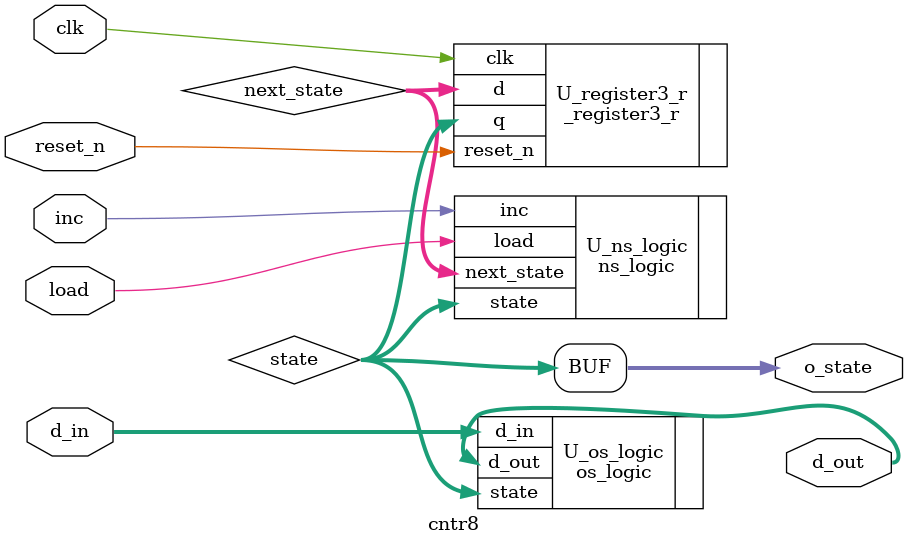
<source format=v>
module cntr8(clk, reset_n, inc, load, d_in, d_out, o_state);
	input clk, reset_n, inc, load;
	input [7:0] d_in;
	output [7:0] d_out;
	output [2:0] o_state;
	wire [2:0] next_state;
	wire [2:0] state;

	assign o_state = state;

	//Instances of register, next state logic, output logic
	_register3_r U_register3_r(.clk(clk), .reset_n(reset_n), .d(next_state), .q(state));
	ns_logic U_ns_logic(.load(load), .inc(inc), .state(state), .next_state(next_state));
	os_logic U_os_logic(.state(state), .d_in(d_in), .d_out(d_out));

endmodule


</source>
